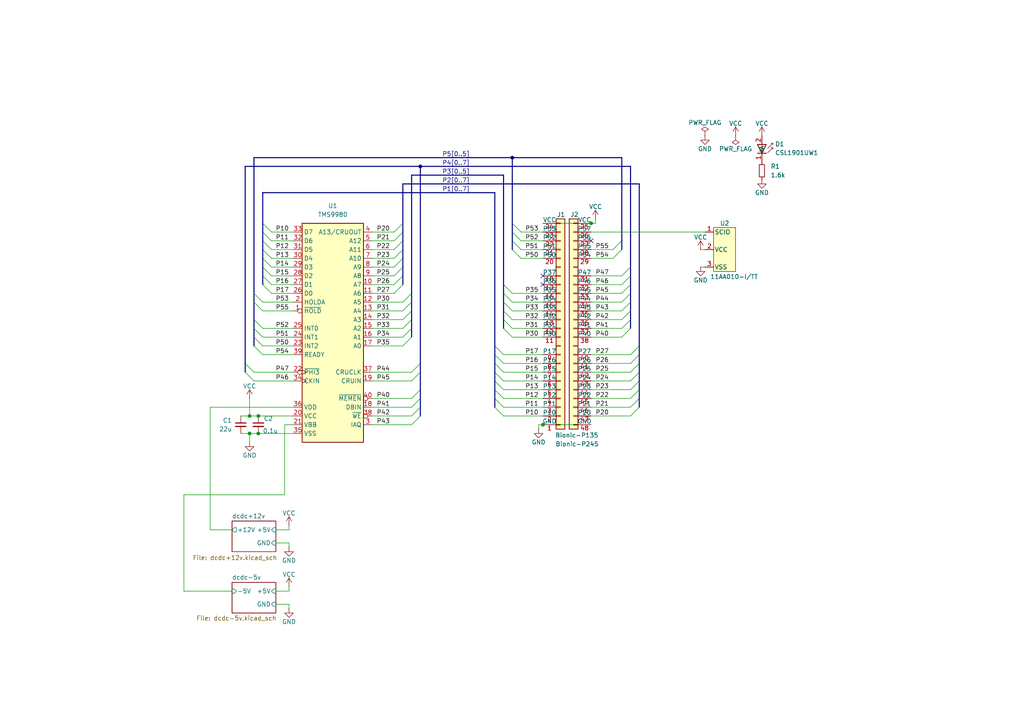
<source format=kicad_sch>
(kicad_sch (version 20231120) (generator "eeschema") (generator_version "8.0")
  (paper "A4")
  (title_block (title "BionicTMS9980") (date "2025-03-02") (rev "2") (company "Tadashi G. Takaoka"))
  (lib_symbols
    (symbol "Device:C_Small" (pin_numbers hide) (pin_names (offset 0.254) hide)
      (property "Reference" "C" (at 0.254 1.778 0))
      (property "Value" "C_Small" (at 0.254 -2.032 0))
      (symbol "C_Small_0_1"
        (polyline (pts (xy -1.524 -0.508) (xy 1.524 -0.508)) (stroke (width 0.3302)))
        (polyline (pts (xy -1.524 0.508) (xy 1.524 0.508)) (stroke (width 0.3048)))
      )
      (symbol "C_Small_1_1"
        (pin passive line (at 0 2.54 270) (length 2.032) (name "~") (number "1"))
        (pin passive line (at 0 -2.54 90) (length 2.032) (name "~") (number "2"))
      )
    )
    (symbol "Device:R_Small" (pin_numbers hide) (pin_names (offset 0.254) hide)
      (property "Reference" "R" (at 0.762 0.508 0))
      (property "Value" "R_Small" (at 0.762 -1.016 0))
      (symbol "R_Small_0_1"
        (rectangle (start -0.762 1.778) (end 0.762 -1.778) (stroke (width 0.2032)))
      )
      (symbol "R_Small_1_1"
        (pin passive line (at 0 2.54 270) (length 0.762) (name "~") (number "1"))
        (pin passive line (at 0 -2.54 90) (length 0.762) (name "~") (number "2"))
      )
    )
    (symbol "bionic:Bionic-P135" (pin_names (offset 0))
      (property "Reference" "J" (at 0 30.48 0))
      (property "Value" "Bionic-P135" (at -1.27 -33.02 0))
      (symbol "Bionic-P135_1_1"
        (rectangle (start 0 -30.353) (end -1.27 -30.607) (stroke (width 0.1524)))
        (rectangle (start 0 -27.813) (end -1.27 -28.067) (stroke (width 0.1524)))
        (rectangle (start 0 -25.273) (end -1.27 -25.527) (stroke (width 0.1524)))
        (rectangle (start 0 -22.733) (end -1.27 -22.987) (stroke (width 0.1524)))
        (rectangle (start 0 -20.193) (end -1.27 -20.447) (stroke (width 0.1524)))
        (rectangle (start 0 -17.653) (end -1.27 -17.907) (stroke (width 0.1524)))
        (rectangle (start 0 -15.113) (end -1.27 -15.367) (stroke (width 0.1524)))
        (rectangle (start 0 -12.573) (end -1.27 -12.827) (stroke (width 0.1524)))
        (rectangle (start 0 -10.033) (end -1.27 -10.287) (stroke (width 0.1524)))
        (rectangle (start 0 -7.493) (end -1.27 -7.747) (stroke (width 0.1524)))
        (rectangle (start 0 -4.953) (end -1.27 -5.207) (stroke (width 0.1524)))
        (rectangle (start 0 -2.413) (end -1.27 -2.667) (stroke (width 0.1524)))
        (rectangle (start 0 0.127) (end -1.27 -0.127) (stroke (width 0.1524)))
        (rectangle (start 0 2.667) (end -1.27 2.413) (stroke (width 0.1524)))
        (rectangle (start 0 5.207) (end -1.27 4.953) (stroke (width 0.1524)))
        (rectangle (start 0 7.747) (end -1.27 7.493) (stroke (width 0.1524)))
        (rectangle (start 0 10.287) (end -1.27 10.033) (stroke (width 0.1524)))
        (rectangle (start 0 12.827) (end -1.27 12.573) (stroke (width 0.1524)))
        (rectangle (start 0 15.367) (end -1.27 15.113) (stroke (width 0.1524)))
        (rectangle (start 0 17.907) (end -1.27 17.653) (stroke (width 0.1524)))
        (rectangle (start 0 20.447) (end -1.27 20.193) (stroke (width 0.1524)))
        (rectangle (start 0 22.987) (end -1.27 22.733) (stroke (width 0.1524)))
        (rectangle (start 0 25.527) (end -1.27 25.273) (stroke (width 0.1524)))
        (rectangle (start 0 28.067) (end -1.27 27.813) (stroke (width 0.1524)))
        (rectangle (start 1.27 29.21) (end -1.27 -31.75) (stroke (width 0.254)) (fill (type background)))
        (pin power_in line (at -5.08 -30.48 0) (length 3.81) (name "GND") (number "1"))
        (pin bidirectional line (at -5.08 -5.08 0) (length 3.81) (name "P30") (number "11"))
        (pin bidirectional line (at -5.08 -2.54 0) (length 3.81) (name "P31") (number "12"))
        (pin bidirectional line (at -5.08 0 0) (length 3.81) (name "P32") (number "13"))
        (pin bidirectional line (at -5.08 2.54 0) (length 3.81) (name "P33") (number "14"))
        (pin bidirectional line (at -5.08 5.08 0) (length 3.81) (name "P34") (number "15"))
        (pin bidirectional line (at -5.08 7.62 0) (length 3.81) (name "P35") (number "16"))
        (pin bidirectional line (at -5.08 10.16 0) (length 3.81) (name "P36") (number "17"))
        (pin bidirectional line (at -5.08 12.7 0) (length 3.81) (name "P37") (number "18"))
        (pin bidirectional line (at -5.08 -27.94 0) (length 3.81) (name "P10") (number "2"))
        (pin bidirectional line (at -5.08 17.78 0) (length 3.81) (name "P50") (number "20"))
        (pin bidirectional line (at -5.08 20.32 0) (length 3.81) (name "P51") (number "21"))
        (pin bidirectional line (at -5.08 22.86 0) (length 3.81) (name "P52") (number "22"))
        (pin bidirectional line (at -5.08 25.4 0) (length 3.81) (name "P53") (number "23"))
        (pin power_in line (at -5.08 27.94 0) (length 3.81) (name "VCC") (number "24"))
        (pin bidirectional line (at -5.08 -25.4 0) (length 3.81) (name "P11") (number "3"))
        (pin bidirectional line (at -5.08 -22.86 0) (length 3.81) (name "P12") (number "4"))
        (pin bidirectional line (at -5.08 -20.32 0) (length 3.81) (name "P13") (number "5"))
        (pin bidirectional line (at -5.08 -17.78 0) (length 3.81) (name "P14") (number "6"))
        (pin bidirectional line (at -5.08 -15.24 0) (length 3.81) (name "P15") (number "7"))
        (pin bidirectional line (at -5.08 -12.7 0) (length 3.81) (name "P16") (number "8"))
        (pin bidirectional line (at -5.08 -10.16 0) (length 3.81) (name "P17") (number "9"))
      )
    )
    (symbol "bionic:Bionic-P245" (pin_names (offset 0))
      (property "Reference" "J" (at -3.81 30.48 0))
      (property "Value" "Bionic-P245" (at -1.27 -33.02 0))
      (symbol "Bionic-P245_1_1"
        (rectangle (start -2.54 -30.607) (end -3.81 -30.353) (stroke (width 0.1524)))
        (rectangle (start -2.54 -28.067) (end -3.81 -27.813) (stroke (width 0.1524)))
        (rectangle (start -2.54 -25.527) (end -3.81 -25.273) (stroke (width 0.1524)))
        (rectangle (start -2.54 -22.987) (end -3.81 -22.733) (stroke (width 0.1524)))
        (rectangle (start -2.54 -20.447) (end -3.81 -20.193) (stroke (width 0.1524)))
        (rectangle (start -2.54 -17.907) (end -3.81 -17.653) (stroke (width 0.1524)))
        (rectangle (start -2.54 -15.367) (end -3.81 -15.113) (stroke (width 0.1524)))
        (rectangle (start -2.54 -12.827) (end -3.81 -12.573) (stroke (width 0.1524)))
        (rectangle (start -2.54 -10.287) (end -3.81 -10.033) (stroke (width 0.1524)))
        (rectangle (start -2.54 -7.747) (end -3.81 -7.493) (stroke (width 0.1524)))
        (rectangle (start -2.54 -5.207) (end -3.81 -4.953) (stroke (width 0.1524)))
        (rectangle (start -2.54 -2.667) (end -3.81 -2.413) (stroke (width 0.1524)))
        (rectangle (start -2.54 -0.127) (end -3.81 0.127) (stroke (width 0.1524)))
        (rectangle (start -2.54 2.413) (end -3.81 2.667) (stroke (width 0.1524)))
        (rectangle (start -2.54 4.953) (end -3.81 5.207) (stroke (width 0.1524)))
        (rectangle (start -2.54 7.493) (end -3.81 7.747) (stroke (width 0.1524)))
        (rectangle (start -2.54 10.033) (end -3.81 10.287) (stroke (width 0.1524)))
        (rectangle (start -2.54 12.573) (end -3.81 12.827) (stroke (width 0.1524)))
        (rectangle (start -2.54 15.113) (end -3.81 15.367) (stroke (width 0.1524)))
        (rectangle (start -2.54 17.653) (end -3.81 17.907) (stroke (width 0.1524)))
        (rectangle (start -2.54 20.193) (end -3.81 20.447) (stroke (width 0.1524)))
        (rectangle (start -2.54 22.733) (end -3.81 22.987) (stroke (width 0.1524)))
        (rectangle (start -2.54 25.273) (end -3.81 25.527) (stroke (width 0.1524)))
        (rectangle (start -2.54 27.813) (end -3.81 28.067) (stroke (width 0.1524)))
        (rectangle (start -2.54 29.21) (end -5.08 -31.75) (stroke (width 0.254)) (fill (type background)))
        (pin power_in line (at 1.27 27.94 180) (length 3.81) (name "VCC") (number "25"))
        (pin bidirectional line (at 1.27 25.4 180) (length 3.81) (name "P57") (number "26"))
        (pin bidirectional line (at 1.27 22.86 180) (length 3.81) (name "P56") (number "27"))
        (pin bidirectional line (at 1.27 20.32 180) (length 3.81) (name "P55") (number "28"))
        (pin bidirectional line (at 1.27 17.78 180) (length 3.81) (name "P54") (number "29"))
        (pin bidirectional line (at 1.27 12.7 180) (length 3.81) (name "P47") (number "31"))
        (pin bidirectional line (at 1.27 10.16 180) (length 3.81) (name "P46") (number "32"))
        (pin bidirectional line (at 1.27 7.62 180) (length 3.81) (name "P45") (number "33"))
        (pin bidirectional line (at 1.27 5.08 180) (length 3.81) (name "P44") (number "34"))
        (pin bidirectional line (at 1.27 2.54 180) (length 3.81) (name "P43") (number "35"))
        (pin bidirectional line (at 1.27 0 180) (length 3.81) (name "P42") (number "36"))
        (pin bidirectional line (at 1.27 -2.54 180) (length 3.81) (name "P41") (number "37"))
        (pin bidirectional line (at 1.27 -5.08 180) (length 3.81) (name "P40") (number "38"))
        (pin bidirectional line (at 1.27 -10.16 180) (length 3.81) (name "P27") (number "40"))
        (pin bidirectional line (at 1.27 -12.7 180) (length 3.81) (name "P26") (number "41"))
        (pin bidirectional line (at 1.27 -15.24 180) (length 3.81) (name "P25") (number "42"))
        (pin bidirectional line (at 1.27 -17.78 180) (length 3.81) (name "P24") (number "43"))
        (pin bidirectional line (at 1.27 -20.32 180) (length 3.81) (name "P23") (number "44"))
        (pin bidirectional line (at 1.27 -22.86 180) (length 3.81) (name "P22") (number "45"))
        (pin bidirectional line (at 1.27 -25.4 180) (length 3.81) (name "P21") (number "46"))
        (pin bidirectional line (at 1.27 -27.94 180) (length 3.81) (name "P20") (number "47"))
        (pin power_in line (at 1.27 -30.48 180) (length 3.81) (name "GND") (number "48"))
      )
    )
    (symbol "cpu:TMS9980"
      (property "Reference" "U" (at -1.27 31.75 0))
      (property "Value" "TMS9980" (at -0.254 -34.798 0))
      (symbol "TMS9980_0_1"
        (rectangle (start -8.89 30.48) (end 8.89 -33.02) (stroke (width 0.254)) (fill (type background)))
      )
      (symbol "TMS9980_1_1"
        (pin input inverted (at -11.43 5.08 0) (length 2.54) (name "~{HOLD}") (number "1"))
        (pin output line (at 11.43 12.7 180) (length 2.54) (name "A7") (number "10"))
        (pin output line (at 11.43 10.16 180) (length 2.54) (name "A6") (number "11"))
        (pin output line (at 11.43 7.62 180) (length 2.54) (name "A5") (number "12"))
        (pin output line (at 11.43 5.08 180) (length 2.54) (name "A4") (number "13"))
        (pin output line (at 11.43 2.54 180) (length 2.54) (name "A3") (number "14"))
        (pin output line (at 11.43 0 180) (length 2.54) (name "A2") (number "15"))
        (pin output line (at 11.43 -2.54 180) (length 2.54) (name "A1") (number "16"))
        (pin output line (at 11.43 -5.08 180) (length 2.54) (name "A0") (number "17"))
        (pin output line (at 11.43 -22.86 180) (length 2.54) (name "DBIN") (number "18"))
        (pin input line (at 11.43 -15.24 180) (length 2.54) (name "CRUIN") (number "19"))
        (pin output line (at -11.43 7.62 0) (length 2.54) (name "HOLDA") (number "2"))
        (pin power_in line (at -11.43 -25.4 0) (length 2.54) (name "VCC") (number "20"))
        (pin power_in line (at -11.43 -27.94 0) (length 2.54) (name "VBB") (number "21"))
        (pin output inverted_clock (at -11.43 -12.7 0) (length 2.54) (name "~{PHI3}") (number "22"))
        (pin input line (at -11.43 -5.08 0) (length 2.54) (name "INT2") (number "23"))
        (pin input line (at -11.43 -2.54 0) (length 2.54) (name "INT1") (number "24"))
        (pin input line (at -11.43 0 0) (length 2.54) (name "INT0") (number "25"))
        (pin bidirectional line (at -11.43 10.16 0) (length 2.54) (name "D0") (number "26"))
        (pin bidirectional line (at -11.43 12.7 0) (length 2.54) (name "D1") (number "27"))
        (pin bidirectional line (at -11.43 15.24 0) (length 2.54) (name "D2") (number "28"))
        (pin bidirectional line (at -11.43 17.78 0) (length 2.54) (name "D3") (number "29"))
        (pin output line (at 11.43 -27.94 180) (length 2.54) (name "IAQ") (number "3"))
        (pin bidirectional line (at -11.43 20.32 0) (length 2.54) (name "D4") (number "30"))
        (pin bidirectional line (at -11.43 22.86 0) (length 2.54) (name "D5") (number "31"))
        (pin bidirectional line (at -11.43 25.4 0) (length 2.54) (name "D6") (number "32"))
        (pin bidirectional line (at -11.43 27.94 0) (length 2.54) (name "D7") (number "33"))
        (pin input clock (at -11.43 -15.24 0) (length 2.54) (name "CKIN") (number "34"))
        (pin power_in line (at -11.43 -30.48 0) (length 2.54) (name "VSS") (number "35"))
        (pin power_in line (at -11.43 -22.86 0) (length 2.54) (name "VDD") (number "36"))
        (pin output line (at 11.43 -12.7 180) (length 2.54) (name "CRUCLK") (number "37"))
        (pin output inverted (at 11.43 -25.4 180) (length 2.54) (name "~{WE}") (number "38"))
        (pin input line (at -11.43 -7.62 0) (length 2.54) (name "READY") (number "39"))
        (pin output line (at 11.43 27.94 180) (length 2.54) (name "A13/CRUOUT") (number "4"))
        (pin output inverted (at 11.43 -20.32 180) (length 2.54) (name "~{MEMEN}") (number "40"))
        (pin output line (at 11.43 25.4 180) (length 2.54) (name "A12") (number "5"))
        (pin output line (at 11.43 22.86 180) (length 2.54) (name "A11") (number "6"))
        (pin output line (at 11.43 20.32 180) (length 2.54) (name "A10") (number "7"))
        (pin output line (at 11.43 17.78 180) (length 2.54) (name "A9") (number "8"))
        (pin output line (at 11.43 15.24 180) (length 2.54) (name "A8") (number "9"))
      )
    )
    (symbol "microchip:11AA010-I_TT" (pin_names (offset 0.254))
      (property "Reference" "U" (at 2.54 1.27 0))
      (property "Value" "11AA010-I/TT" (at 3.81 -13.97 0))
      (symbol "11AA010-I_TT_1_1"
        (rectangle (start 0 0) (end 6.35 -12.7) (fill (type background)))
        (pin bidirectional line (at -2.54 -1.27 0) (length 2.54) (name "SCIO") (number "1"))
        (pin power_in line (at -2.54 -6.35 0) (length 2.54) (name "VCC") (number "2"))
        (pin power_in line (at -2.54 -11.43 0) (length 2.54) (name "VSS") (number "3"))
      )
    )
    (symbol "power:GND" (power) (pin_numbers hide) (pin_names (offset 0) hide)
      (property "Value" "GND" (at 0 -3.81 0))
      (symbol "GND_0_1"
        (polyline (pts (xy 0 0) (xy 0 -1.27) (xy 1.27 -1.27) (xy 0 -2.54) (xy -1.27 -1.27) (xy 0 -1.27)))
      )
      (symbol "GND_1_1"
        (pin power_in line (at 0 0 270) (length 0) (name "~") (number "1"))
      )
    )
    (symbol "power:PWR_FLAG" (power) (pin_numbers hide) (pin_names (offset 0) hide)
      (property "Value" "PWR_FLAG" (at 0 3.81 0))
      (symbol "PWR_FLAG_0_0"
        (pin power_out line (at 0 0 90) (length 0) (name "~") (number "1"))
      )
      (symbol "PWR_FLAG_0_1"
        (polyline (pts (xy 0 0) (xy 0 1.27) (xy -1.016 1.905) (xy 0 2.54) (xy 1.016 1.905) (xy 0 1.27)))
      )
    )
    (symbol "power:VCC" (power) (pin_numbers hide) (pin_names (offset 0) hide)
      (property "Value" "VCC" (at 0 3.556 0))
      (symbol "VCC_0_1"
        (polyline (pts (xy -0.762 1.27) (xy 0 2.54)))
        (polyline (pts (xy 0 0) (xy 0 2.54)))
        (polyline (pts (xy 0 2.54) (xy 0.762 1.27)))
      )
      (symbol "VCC_1_1"
        (pin power_in line (at 0 0 90) (length 0) (name "~") (number "1"))
      )
    )
    (symbol "rhom:CSL1901UW1" (pin_names (offset 0.254))
      (property "Reference" "D" (at 3.81 -2.54 0))
      (property "Value" "CSL1901UW1" (at 3.81 -5.08 0))
      (symbol "CSL1901UW1_0_1"
        (polyline (pts (xy 2.159 3.175) (xy 2.667 3.175)))
        (polyline (pts (xy 2.54 0) (xy 5.08 0)))
        (polyline (pts (xy 5.08 1.27) (xy 5.08 -1.27)) (stroke (width 0.254)))
        (polyline (pts (xy 3.683 1.651) (xy 2.159 3.175) (xy 2.159 2.667)))
        (polyline (pts (xy 2.54 -1.27) (xy 5.08 0) (xy 2.54 1.27) (xy 2.54 -1.27)) (stroke (width 0.254)))
        (polyline (pts (xy 4.953 1.651) (xy 3.429 3.175) (xy 3.429 2.667) (xy 3.429 3.175) (xy 3.937 3.175)))
      )
      (symbol "CSL1901UW1_1_1"
        (pin passive line (at 7.62 0 180) (length 2.54) (name "K") (number "1"))
        (pin passive line (at 0 0 0) (length 2.54) (name "A") (number "2"))
      )
      (symbol "CSL1901UW1_1_2"
        (polyline (pts (xy -5.08 7.62) (xy -4.445 8.255)) (stroke (width 0.2032)))
        (polyline (pts (xy -5.08 8.255) (xy -5.08 7.62)) (stroke (width 0.2032)))
        (polyline (pts (xy -4.445 6.35) (xy -3.81 6.985)) (stroke (width 0.2032)))
        (polyline (pts (xy -4.445 8.255) (xy -5.08 8.255)) (stroke (width 0.2032)))
        (polyline (pts (xy -4.445 9.525) (xy -3.81 10.16)) (stroke (width 0.2032)))
        (polyline (pts (xy -4.445 10.16) (xy -4.445 9.525)) (stroke (width 0.2032)))
        (polyline (pts (xy -3.81 6.985) (xy -5.08 8.255)) (stroke (width 0.2032)))
        (polyline (pts (xy -3.81 8.255) (xy -3.175 8.89)) (stroke (width 0.2032)))
        (polyline (pts (xy -3.81 10.16) (xy -4.445 10.16)) (stroke (width 0.2032)))
        (polyline (pts (xy -3.175 5.08) (xy -4.445 6.35)) (stroke (width 0.2032)))
        (polyline (pts (xy -3.175 8.89) (xy -4.445 10.16)) (stroke (width 0.2032)))
        (polyline (pts (xy -2.54 6.985) (xy -3.81 8.255)) (stroke (width 0.2032)))
        (polyline (pts (xy -1.905 3.81) (xy 1.905 3.81)) (stroke (width 0.2032)))
        (polyline (pts (xy 0 2.54) (xy 0 3.4798)) (stroke (width 0.2032)))
        (polyline (pts (xy 0 3.175) (xy 0 3.81)) (stroke (width 0.2032)))
        (polyline (pts (xy 0 6.35) (xy -1.905 3.81)) (stroke (width 0.2032)))
        (polyline (pts (xy 0 6.35) (xy 0 7.62)) (stroke (width 0.2032)))
        (polyline (pts (xy 1.905 3.81) (xy 0 6.35)) (stroke (width 0.2032)))
        (polyline (pts (xy 1.905 6.35) (xy -1.905 6.35)) (stroke (width 0.2032)))
        (pin unspecified line (at 0 10.16 270) (length 2.54) (name "") (number "1"))
        (pin unspecified line (at 0 0 90) (length 2.54) (name "") (number "2"))
      )
    )
  )
  (junction (at 171.45 64.77))
  (junction (at 72.39 120.65))
  (junction (at 74.93 120.65))
  (junction (at 72.39 125.73))
  (junction (at 74.93 125.73))
  (junction (at 157.48 123.19))
  (junction (at 148.59 45.72))
  (junction (at 121.92 48.26))
  (no_connect (at 171.45 69.85))
  (no_connect (at 157.48 82.55))
  (no_connect (at 157.48 80.01))
  (bus_entry (at 143.51 113.03) (size 2.54 2.54))
  (bus_entry (at 76.2 64.77) (size 2.54 2.54))
  (bus_entry (at 143.51 110.49) (size 2.54 2.54))
  (bus_entry (at 119.38 90.17) (size -2.54 2.54))
  (bus_entry (at 76.2 74.93) (size 2.54 2.54))
  (bus_entry (at 182.88 90.17) (size -2.54 2.54))
  (bus_entry (at 148.59 69.85) (size 2.54 2.54))
  (bus_entry (at 121.92 118.11) (size -2.54 2.54))
  (bus_entry (at 185.42 102.87) (size -2.54 2.54))
  (bus_entry (at 73.66 95.25) (size 2.54 2.54))
  (bus_entry (at 148.59 67.31) (size 2.54 2.54))
  (bus_entry (at 185.42 100.33) (size -2.54 2.54))
  (bus_entry (at 182.88 85.09) (size -2.54 2.54))
  (bus_entry (at 119.38 97.79) (size -2.54 2.54))
  (bus_entry (at 121.92 115.57) (size -2.54 2.54))
  (bus_entry (at 185.42 107.95) (size -2.54 2.54))
  (bus_entry (at 143.51 118.11) (size 2.54 2.54))
  (bus_entry (at 76.2 69.85) (size 2.54 2.54))
  (bus_entry (at 71.12 105.41) (size 2.54 2.54))
  (bus_entry (at 116.84 67.31) (size -2.54 2.54))
  (bus_entry (at 182.88 87.63) (size -2.54 2.54))
  (bus_entry (at 119.38 92.71) (size -2.54 2.54))
  (bus_entry (at 182.88 80.01) (size -2.54 2.54))
  (bus_entry (at 182.88 82.55) (size -2.54 2.54))
  (bus_entry (at 73.66 100.33) (size 2.54 2.54))
  (bus_entry (at 185.42 118.11) (size -2.54 2.54))
  (bus_entry (at 180.34 72.39) (size -2.54 2.54))
  (bus_entry (at 185.42 110.49) (size -2.54 2.54))
  (bus_entry (at 143.51 115.57) (size 2.54 2.54))
  (bus_entry (at 143.51 102.87) (size 2.54 2.54))
  (bus_entry (at 76.2 72.39) (size 2.54 2.54))
  (bus_entry (at 143.51 107.95) (size 2.54 2.54))
  (bus_entry (at 185.42 105.41) (size -2.54 2.54))
  (bus_entry (at 119.38 87.63) (size -2.54 2.54))
  (bus_entry (at 148.59 64.77) (size 2.54 2.54))
  (bus_entry (at 116.84 72.39) (size -2.54 2.54))
  (bus_entry (at 143.51 100.33) (size 2.54 2.54))
  (bus_entry (at 121.92 105.41) (size -2.54 2.54))
  (bus_entry (at 185.42 115.57) (size -2.54 2.54))
  (bus_entry (at 76.2 80.01) (size 2.54 2.54))
  (bus_entry (at 73.66 85.09) (size 2.54 2.54))
  (bus_entry (at 116.84 69.85) (size -2.54 2.54))
  (bus_entry (at 121.92 120.65) (size -2.54 2.54))
  (bus_entry (at 73.66 92.71) (size 2.54 2.54))
  (bus_entry (at 116.84 80.01) (size -2.54 2.54))
  (bus_entry (at 146.05 87.63) (size 2.54 2.54))
  (bus_entry (at 119.38 85.09) (size -2.54 2.54))
  (bus_entry (at 121.92 107.95) (size -2.54 2.54))
  (bus_entry (at 76.2 77.47) (size 2.54 2.54))
  (bus_entry (at 116.84 74.93) (size -2.54 2.54))
  (bus_entry (at 121.92 113.03) (size -2.54 2.54))
  (bus_entry (at 148.59 72.39) (size 2.54 2.54))
  (bus_entry (at 116.84 77.47) (size -2.54 2.54))
  (bus_entry (at 182.88 77.47) (size -2.54 2.54))
  (bus_entry (at 116.84 64.77) (size -2.54 2.54))
  (bus_entry (at 146.05 95.25) (size 2.54 2.54))
  (bus_entry (at 73.66 87.63) (size 2.54 2.54))
  (bus_entry (at 143.51 105.41) (size 2.54 2.54))
  (bus_entry (at 116.84 82.55) (size -2.54 2.54))
  (bus_entry (at 146.05 82.55) (size 2.54 2.54))
  (bus_entry (at 73.66 97.79) (size 2.54 2.54))
  (bus_entry (at 119.38 95.25) (size -2.54 2.54))
  (bus_entry (at 76.2 67.31) (size 2.54 2.54))
  (bus_entry (at 182.88 95.25) (size -2.54 2.54))
  (bus_entry (at 146.05 90.17) (size 2.54 2.54))
  (bus_entry (at 146.05 92.71) (size 2.54 2.54))
  (bus_entry (at 76.2 82.55) (size 2.54 2.54))
  (bus_entry (at 71.12 107.95) (size 2.54 2.54))
  (bus_entry (at 182.88 92.71) (size -2.54 2.54))
  (bus_entry (at 180.34 69.85) (size -2.54 2.54))
  (bus_entry (at 146.05 85.09) (size 2.54 2.54))
  (bus_entry (at 185.42 113.03) (size -2.54 2.54))
  (bus (pts (xy 143.51 102.87) (xy 143.51 100.33)))
  (wire (pts (xy 53.34 143.51) (xy 53.34 171.45)))
  (wire (pts (xy 146.05 107.95) (xy 157.48 107.95)))
  (wire (pts (xy 171.45 80.01) (xy 180.34 80.01)))
  (bus (pts (xy 146.05 50.8) (xy 119.38 50.8)))
  (wire (pts (xy 72.39 115.57) (xy 72.39 120.65)))
  (wire (pts (xy 107.95 97.79) (xy 116.84 97.79)))
  (wire (pts (xy 107.95 118.11) (xy 119.38 118.11)))
  (wire (pts (xy 85.09 118.11) (xy 60.96 118.11)))
  (wire (pts (xy 107.95 100.33) (xy 116.84 100.33)))
  (bus (pts (xy 119.38 87.63) (xy 119.38 90.17)))
  (wire (pts (xy 78.74 72.39) (xy 85.09 72.39)))
  (wire (pts (xy 53.34 171.45) (xy 67.31 171.45)))
  (wire (pts (xy 80.01 171.45) (xy 83.82 171.45)))
  (wire (pts (xy 82.55 143.51) (xy 53.34 143.51)))
  (wire (pts (xy 72.39 120.65) (xy 74.93 120.65)))
  (bus (pts (xy 76.2 69.85) (xy 76.2 72.39)))
  (wire (pts (xy 203.2 77.47) (xy 204.47 77.47)))
  (bus (pts (xy 185.42 107.95) (xy 185.42 110.49)))
  (wire (pts (xy 107.95 69.85) (xy 114.3 69.85)))
  (bus (pts (xy 146.05 95.25) (xy 146.05 92.71)))
  (wire (pts (xy 107.95 110.49) (xy 119.38 110.49)))
  (wire (pts (xy 148.59 92.71) (xy 157.48 92.71)))
  (wire (pts (xy 171.45 107.95) (xy 182.88 107.95)))
  (bus (pts (xy 121.92 115.57) (xy 121.92 113.03)))
  (wire (pts (xy 148.59 85.09) (xy 157.48 85.09)))
  (bus (pts (xy 119.38 90.17) (xy 119.38 92.71)))
  (wire (pts (xy 146.05 110.49) (xy 157.48 110.49)))
  (bus (pts (xy 146.05 82.55) (xy 146.05 50.8)))
  (wire (pts (xy 107.95 77.47) (xy 114.3 77.47)))
  (wire (pts (xy 78.74 69.85) (xy 85.09 69.85)))
  (wire (pts (xy 76.2 97.79) (xy 85.09 97.79)))
  (wire (pts (xy 148.59 95.25) (xy 157.48 95.25)))
  (bus (pts (xy 116.84 80.01) (xy 116.84 77.47)))
  (wire (pts (xy 74.93 125.73) (xy 85.09 125.73)))
  (bus (pts (xy 143.51 113.03) (xy 143.51 110.49)))
  (wire (pts (xy 171.45 105.41) (xy 182.88 105.41)))
  (wire (pts (xy 107.95 120.65) (xy 119.38 120.65)))
  (wire (pts (xy 107.95 107.95) (xy 119.38 107.95)))
  (wire (pts (xy 171.45 72.39) (xy 177.8 72.39)))
  (wire (pts (xy 157.48 123.19) (xy 171.45 123.19)))
  (bus (pts (xy 121.92 118.11) (xy 121.92 115.57)))
  (bus (pts (xy 180.34 72.39) (xy 180.34 69.85)))
  (wire (pts (xy 148.59 87.63) (xy 157.48 87.63)))
  (wire (pts (xy 76.2 90.17) (xy 85.09 90.17)))
  (wire (pts (xy 107.95 115.57) (xy 119.38 115.57)))
  (wire (pts (xy 148.59 90.17) (xy 157.48 90.17)))
  (wire (pts (xy 171.45 120.65) (xy 182.88 120.65)))
  (wire (pts (xy 146.05 118.11) (xy 157.48 118.11)))
  (bus (pts (xy 185.42 110.49) (xy 185.42 113.03)))
  (wire (pts (xy 151.13 72.39) (xy 157.48 72.39)))
  (bus (pts (xy 71.12 107.95) (xy 71.12 105.41)))
  (bus (pts (xy 116.84 53.34) (xy 185.42 53.34)))
  (wire (pts (xy 107.95 87.63) (xy 116.84 87.63)))
  (wire (pts (xy 76.2 95.25) (xy 85.09 95.25)))
  (wire (pts (xy 80.01 153.67) (xy 83.82 153.67)))
  (wire (pts (xy 171.45 95.25) (xy 180.34 95.25)))
  (bus (pts (xy 182.88 87.63) (xy 182.88 90.17)))
  (wire (pts (xy 69.85 125.73) (xy 72.39 125.73)))
  (wire (pts (xy 171.45 97.79) (xy 180.34 97.79)))
  (wire (pts (xy 83.82 153.67) (xy 83.82 152.4)))
  (wire (pts (xy 83.82 175.26) (xy 83.82 176.53)))
  (wire (pts (xy 107.95 82.55) (xy 114.3 82.55)))
  (bus (pts (xy 185.42 115.57) (xy 185.42 118.11)))
  (bus (pts (xy 73.66 95.25) (xy 73.66 92.71)))
  (wire (pts (xy 171.45 92.71) (xy 180.34 92.71)))
  (bus (pts (xy 116.84 67.31) (xy 116.84 64.77)))
  (bus (pts (xy 143.51 107.95) (xy 143.51 105.41)))
  (bus (pts (xy 185.42 105.41) (xy 185.42 107.95)))
  (bus (pts (xy 143.51 55.88) (xy 76.2 55.88)))
  (wire (pts (xy 171.45 118.11) (xy 182.88 118.11)))
  (wire (pts (xy 107.95 90.17) (xy 116.84 90.17)))
  (wire (pts (xy 146.05 113.03) (xy 157.48 113.03)))
  (wire (pts (xy 171.45 85.09) (xy 180.34 85.09)))
  (wire (pts (xy 76.2 87.63) (xy 85.09 87.63)))
  (bus (pts (xy 182.88 85.09) (xy 182.88 87.63)))
  (bus (pts (xy 71.12 48.26) (xy 121.92 48.26)))
  (bus (pts (xy 116.84 74.93) (xy 116.84 72.39)))
  (bus (pts (xy 121.92 120.65) (xy 121.92 118.11)))
  (wire (pts (xy 172.72 63.5) (xy 172.72 64.77)))
  (wire (pts (xy 203.2 72.39) (xy 204.47 72.39)))
  (bus (pts (xy 73.66 85.09) (xy 73.66 45.72)))
  (wire (pts (xy 171.45 74.93) (xy 177.8 74.93)))
  (bus (pts (xy 116.84 77.47) (xy 116.84 74.93)))
  (bus (pts (xy 182.88 82.55) (xy 182.88 85.09)))
  (wire (pts (xy 107.95 67.31) (xy 114.3 67.31)))
  (bus (pts (xy 185.42 100.33) (xy 185.42 102.87)))
  (bus (pts (xy 185.42 102.87) (xy 185.42 105.41)))
  (bus (pts (xy 121.92 107.95) (xy 121.92 105.41)))
  (wire (pts (xy 76.2 100.33) (xy 85.09 100.33)))
  (wire (pts (xy 85.09 123.19) (xy 82.55 123.19)))
  (wire (pts (xy 146.05 102.87) (xy 157.48 102.87)))
  (bus (pts (xy 185.42 113.03) (xy 185.42 115.57)))
  (bus (pts (xy 143.51 100.33) (xy 143.51 55.88)))
  (wire (pts (xy 107.95 95.25) (xy 116.84 95.25)))
  (wire (pts (xy 151.13 69.85) (xy 157.48 69.85)))
  (bus (pts (xy 76.2 67.31) (xy 76.2 69.85)))
  (wire (pts (xy 60.96 153.67) (xy 67.31 153.67)))
  (bus (pts (xy 121.92 113.03) (xy 121.92 107.95)))
  (wire (pts (xy 172.72 64.77) (xy 171.45 64.77)))
  (wire (pts (xy 82.55 123.19) (xy 82.55 143.51)))
  (bus (pts (xy 182.88 92.71) (xy 182.88 95.25)))
  (wire (pts (xy 78.74 80.01) (xy 85.09 80.01)))
  (bus (pts (xy 116.84 64.77) (xy 116.84 53.34)))
  (wire (pts (xy 73.66 107.95) (xy 85.09 107.95)))
  (bus (pts (xy 73.66 100.33) (xy 73.66 97.79)))
  (wire (pts (xy 78.74 77.47) (xy 85.09 77.47)))
  (wire (pts (xy 78.74 74.93) (xy 85.09 74.93)))
  (bus (pts (xy 119.38 95.25) (xy 119.38 97.79)))
  (wire (pts (xy 146.05 120.65) (xy 157.48 120.65)))
  (bus (pts (xy 180.34 69.85) (xy 180.34 45.72)))
  (bus (pts (xy 76.2 80.01) (xy 76.2 82.55)))
  (bus (pts (xy 180.34 45.72) (xy 148.59 45.72)))
  (wire (pts (xy 83.82 157.48) (xy 83.82 158.75)))
  (bus (pts (xy 143.51 110.49) (xy 143.51 107.95)))
  (wire (pts (xy 156.21 123.19) (xy 156.21 124.46)))
  (wire (pts (xy 83.82 171.45) (xy 83.82 170.18)))
  (wire (pts (xy 171.45 110.49) (xy 182.88 110.49)))
  (wire (pts (xy 107.95 85.09) (xy 114.3 85.09)))
  (wire (pts (xy 151.13 74.93) (xy 157.48 74.93)))
  (bus (pts (xy 119.38 92.71) (xy 119.38 95.25)))
  (bus (pts (xy 148.59 67.31) (xy 148.59 69.85)))
  (bus (pts (xy 182.88 90.17) (xy 182.88 92.71)))
  (wire (pts (xy 107.95 92.71) (xy 116.84 92.71)))
  (wire (pts (xy 107.95 80.01) (xy 114.3 80.01)))
  (bus (pts (xy 116.84 69.85) (xy 116.84 67.31)))
  (bus (pts (xy 143.51 118.11) (xy 143.51 115.57)))
  (wire (pts (xy 171.45 115.57) (xy 182.88 115.57)))
  (bus (pts (xy 146.05 90.17) (xy 146.05 87.63)))
  (bus (pts (xy 73.66 92.71) (xy 73.66 87.63)))
  (bus (pts (xy 146.05 85.09) (xy 146.05 82.55)))
  (bus (pts (xy 116.84 82.55) (xy 116.84 80.01)))
  (bus (pts (xy 71.12 105.41) (xy 71.12 48.26)))
  (bus (pts (xy 146.05 87.63) (xy 146.05 85.09)))
  (bus (pts (xy 73.66 87.63) (xy 73.66 85.09)))
  (wire (pts (xy 73.66 110.49) (xy 85.09 110.49)))
  (wire (pts (xy 156.21 123.19) (xy 157.48 123.19)))
  (wire (pts (xy 60.96 118.11) (xy 60.96 153.67)))
  (wire (pts (xy 107.95 74.93) (xy 114.3 74.93)))
  (wire (pts (xy 157.48 64.77) (xy 171.45 64.77)))
  (bus (pts (xy 119.38 50.8) (xy 119.38 85.09)))
  (wire (pts (xy 72.39 125.73) (xy 72.39 128.27)))
  (bus (pts (xy 76.2 55.88) (xy 76.2 64.77)))
  (bus (pts (xy 119.38 85.09) (xy 119.38 87.63)))
  (bus (pts (xy 182.88 80.01) (xy 182.88 82.55)))
  (wire (pts (xy 171.45 90.17) (xy 180.34 90.17)))
  (wire (pts (xy 78.74 67.31) (xy 85.09 67.31)))
  (wire (pts (xy 146.05 105.41) (xy 157.48 105.41)))
  (wire (pts (xy 76.2 102.87) (xy 85.09 102.87)))
  (bus (pts (xy 185.42 53.34) (xy 185.42 100.33)))
  (bus (pts (xy 76.2 72.39) (xy 76.2 74.93)))
  (bus (pts (xy 182.88 48.26) (xy 182.88 77.47)))
  (wire (pts (xy 107.95 123.19) (xy 119.38 123.19)))
  (wire (pts (xy 171.45 67.31) (xy 204.47 67.31)))
  (wire (pts (xy 80.01 157.48) (xy 83.82 157.48)))
  (bus (pts (xy 146.05 92.71) (xy 146.05 90.17)))
  (wire (pts (xy 72.39 125.73) (xy 74.93 125.73)))
  (bus (pts (xy 73.66 97.79) (xy 73.66 95.25)))
  (bus (pts (xy 76.2 74.93) (xy 76.2 77.47)))
  (wire (pts (xy 78.74 82.55) (xy 85.09 82.55)))
  (bus (pts (xy 76.2 77.47) (xy 76.2 80.01)))
  (bus (pts (xy 148.59 69.85) (xy 148.59 72.39)))
  (wire (pts (xy 151.13 67.31) (xy 157.48 67.31)))
  (wire (pts (xy 171.45 87.63) (xy 180.34 87.63)))
  (wire (pts (xy 146.05 115.57) (xy 157.48 115.57)))
  (wire (pts (xy 78.74 85.09) (xy 85.09 85.09)))
  (bus (pts (xy 148.59 64.77) (xy 148.59 67.31)))
  (wire (pts (xy 80.01 175.26) (xy 83.82 175.26)))
  (wire (pts (xy 69.85 120.65) (xy 72.39 120.65)))
  (bus (pts (xy 121.92 48.26) (xy 182.88 48.26)))
  (bus (pts (xy 182.88 77.47) (xy 182.88 80.01)))
  (wire (pts (xy 107.95 72.39) (xy 114.3 72.39)))
  (wire (pts (xy 171.45 102.87) (xy 182.88 102.87)))
  (bus (pts (xy 76.2 64.77) (xy 76.2 67.31)))
  (wire (pts (xy 148.59 97.79) (xy 157.48 97.79)))
  (bus (pts (xy 73.66 45.72) (xy 148.59 45.72)))
  (bus (pts (xy 116.84 72.39) (xy 116.84 69.85)))
  (bus (pts (xy 148.59 45.72) (xy 148.59 64.77)))
  (wire (pts (xy 74.93 120.65) (xy 85.09 120.65)))
  (bus (pts (xy 143.51 115.57) (xy 143.51 113.03)))
  (wire (pts (xy 171.45 82.55) (xy 180.34 82.55)))
  (wire (pts (xy 171.45 113.03) (xy 182.88 113.03)))
  (bus (pts (xy 143.51 105.41) (xy 143.51 102.87)))
  (bus (pts (xy 121.92 105.41) (xy 121.92 48.26)))
  (label "P51" (at 156.21 72.39 180))
  (label "P15" (at 156.21 107.95 180))
  (label "P35" (at 156.21 85.09 180))
  (label "P21" (at 109.22 69.85 0))
  (label "P33" (at 109.22 95.25 0))
  (label "P53" (at 83.82 87.63 180))
  (label "P20" (at 172.72 120.65 0))
  (label "P54" (at 172.72 74.93 0))
  (label "P50" (at 156.21 74.93 180))
  (label "P13" (at 83.82 74.93 180))
  (label "P53" (at 156.21 67.31 180))
  (label "P14" (at 83.82 77.47 180))
  (label "P17" (at 83.82 85.09 180))
  (label "P47" (at 172.72 80.01 0))
  (label "P50" (at 83.82 100.33 180))
  (label "P16" (at 156.21 105.41 180))
  (label "P44" (at 109.22 107.95 0))
  (label "P20" (at 109.22 67.31 0))
  (label "P44" (at 172.72 87.63 0))
  (label "P55" (at 172.72 72.39 0))
  (label "P23" (at 109.22 74.93 0))
  (label "P11" (at 83.82 69.85 180))
  (label "P4[0..7]" (at 128.27 48.26 0))
  (label "P46" (at 172.72 82.55 0))
  (label "P13" (at 156.21 113.03 180))
  (label "P26" (at 172.72 105.41 0))
  (label "P51" (at 83.82 97.79 180))
  (label "P40" (at 109.22 115.57 0))
  (label "P30" (at 156.21 97.79 180))
  (label "P41" (at 109.22 118.11 0))
  (label "P41" (at 172.72 95.25 0))
  (label "P27" (at 172.72 102.87 0))
  (label "P27" (at 109.22 85.09 0))
  (label "P40" (at 172.72 97.79 0))
  (label "P43" (at 109.22 123.19 0))
  (label "P31" (at 109.22 90.17 0))
  (label "P52" (at 156.21 69.85 180))
  (label "P14" (at 156.21 110.49 180))
  (label "P25" (at 109.22 80.01 0))
  (label "P10" (at 83.82 67.31 180))
  (label "P15" (at 83.82 80.01 180))
  (label "P34" (at 156.21 87.63 180))
  (label "P47" (at 83.82 107.95 180))
  (label "P24" (at 172.72 110.49 0))
  (label "P26" (at 109.22 82.55 0))
  (label "P2[0..7]" (at 128.27 53.34 0))
  (label "P17" (at 156.21 102.87 180))
  (label "P10" (at 156.21 120.65 180))
  (label "P16" (at 83.82 82.55 180))
  (label "P22" (at 172.72 115.57 0))
  (label "P34" (at 109.22 97.79 0))
  (label "P3[0..5]" (at 128.27 50.8 0))
  (label "P22" (at 109.22 72.39 0))
  (label "P11" (at 156.21 118.11 180))
  (label "P32" (at 109.22 92.71 0))
  (label "P45" (at 172.72 85.09 0))
  (label "P30" (at 109.22 87.63 0))
  (label "P55" (at 83.82 90.17 180))
  (label "P35" (at 109.22 100.33 0))
  (label "P43" (at 172.72 90.17 0))
  (label "P46" (at 83.82 110.49 180))
  (label "P12" (at 83.82 72.39 180))
  (label "P32" (at 156.21 92.71 180))
  (label "P45" (at 109.22 110.49 0))
  (label "P12" (at 156.21 115.57 180))
  (label "P54" (at 83.82 102.87 180))
  (label "P5[0..5]" (at 128.27 45.72 0))
  (label "P42" (at 109.22 120.65 0))
  (label "P31" (at 156.21 95.25 180))
  (label "P33" (at 156.21 90.17 180))
  (label "P42" (at 172.72 92.71 0))
  (label "P21" (at 172.72 118.11 0))
  (label "P25" (at 172.72 107.95 0))
  (label "P24" (at 109.22 77.47 0))
  (label "P23" (at 172.72 113.03 0))
  (label "P52" (at 83.82 95.25 180))
  (label "P1[0..7]" (at 128.27 55.88 0))
  (symbol (lib_id "power:GND") (at 83.82 176.53 0) (unit 1)
    (property "Reference" "#PWR06" (effects (hide yes)))
    (property "Value" "GND" (at 83.82 180.34 0))
    (property "Description" "Power symbol creates a global label with name \"GND\" , ground" (effects (hide yes)))
  )
  (symbol (lib_id "power:GND") (at 204.47 39.37 0) (unit 1)
    (property "Reference" "#PWR012" (effects (hide yes)))
    (property "Value" "GND" (at 204.47 43.18 0))
    (property "Description" "Power symbol creates a global label with name \"GND\" , ground" (effects (hide yes)))
  )
  (symbol (lib_id "Device:R_Small") (at 220.98 49.53 0) (unit 1)
    (property "Reference" "R1" (at 223.52 48.2599 0) (effects (justify left)))
    (property "Value" "1.6k" (at 223.52 50.7999 0) (effects (justify left)))
    (property "Footprint" "Resistor_SMD:R_0603_1608Metric_Pad0.98x0.95mm_HandSolder" (effects (hide yes)))
    (property "Description" "Resistor, small symbol" (effects (hide yes)))
  )
  (symbol (lib_id "microchip:11AA010-I_TT") (at 207.01 66.04 0) (unit 1)
    (property "Reference" "U2" (at 208.788 64.77 0) (effects (justify left)))
    (property "Value" "11AA010-I/TT" (at 205.994 80.264 0) (effects (justify left)))
    (property "Footprint" "microchip:SOT-23_MC_MCH-M" (effects (hide yes)))
    (property "Datasheet" "11AA010-I/TO" (effects (hide yes)))
    (property "Description" "UNI/O Serial EEPROM (1Kbit)" (effects (hide yes)))
  )
  (symbol (lib_id "power:VCC") (at 213.36 39.37 0) (unit 1)
    (property "Reference" "#PWR013" (effects (hide yes)))
    (property "Value" "VCC" (at 213.36 35.814 0))
    (property "Description" "Power symbol creates a global label with name \"VCC\"" (effects (hide yes)))
  )
  (symbol (lib_id "power:VCC") (at 83.82 152.4 0) (unit 1)
    (property "Reference" "#PWR03" (effects (hide yes)))
    (property "Value" "VCC" (at 83.82 148.844 0))
    (property "Description" "Power symbol creates a global label with name \"VCC\"" (effects (hide yes)))
  )
  (symbol (lib_id "power:VCC") (at 72.39 115.57 0) (unit 1)
    (property "Reference" "#PWR01" (effects (hide yes)))
    (property "Value" "VCC" (at 72.39 112.014 0))
    (property "Description" "Power symbol creates a global label with name \"VCC\"" (effects (hide yes)))
  )
  (symbol (lib_id "bionic:Bionic-P245") (at 170.18 92.71 0) (unit 1)
    (property "Reference" "J2" (at 166.624 62.23 0))
    (property "Value" "Bionic-P245" (at 167.386 128.778 0))
    (property "Footprint" "bionic:Bionic-P245_THT" (effects (hide yes)))
    (property "Description" "Generic connector, single row, 01x24, script generated (kicad-library-utils/schlib/autogen/connector/)" (effects (hide yes)))
  )
  (symbol (lib_id "power:VCC") (at 203.2 72.39 0) (unit 1)
    (property "Reference" "#PWR010" (effects (hide yes)))
    (property "Value" "VCC" (at 203.2 68.834 0))
    (property "Description" "Power symbol creates a global label with name \"VCC\"" (effects (hide yes)))
  )
  (symbol (lib_id "power:GND") (at 203.2 77.47 0) (unit 1)
    (property "Reference" "#PWR011" (effects (hide yes)))
    (property "Value" "GND" (at 203.2 81.28 0))
    (property "Description" "Power symbol creates a global label with name \"GND\" , ground" (effects (hide yes)))
  )
  (symbol (lib_id "Device:C_Small") (at 74.93 123.19 0) (mirror y) (unit 1)
    (property "Reference" "C2" (at 76.4825 121.412 0) (effects (justify right)))
    (property "Value" "0.1u" (at 76.2285 124.968 0) (effects (justify right)))
    (property "Footprint" "Capacitor_SMD:C_0603_1608Metric_Pad1.08x0.95mm_HandSolder" (effects (hide yes)))
    (property "Description" "Unpolarized capacitor, small symbol" (effects (hide yes)))
  )
  (symbol (lib_id "rhom:CSL1901UW1") (at 220.98 39.37 270) (unit 1)
    (property "Reference" "D1" (at 224.79 41.7829 90) (effects (justify left)))
    (property "Value" "CSL1901UW1" (at 224.79 44.3229 90) (effects (justify left)))
    (property "Footprint" "rhom:LED_CSL1901UW1_ROM-M" (effects (hide yes)))
    (property "Datasheet" "https://fscdn.rohm.com/en/products/databook/datasheet/opto/led/chip_mono/csl1901uw1-e.pdf" (effects (hide yes)))
    (property "Description" "Red LED (Low Current Emission, SMD)" (effects (hide yes)))
  )
  (symbol (lib_id "power:VCC") (at 83.82 170.18 0) (unit 1)
    (property "Reference" "#PWR05" (effects (hide yes)))
    (property "Value" "VCC" (at 83.82 166.624 0))
    (property "Description" "Power symbol creates a global label with name \"VCC\"" (effects (hide yes)))
  )
  (symbol (lib_id "power:GND") (at 220.98 52.07 0) (unit 1)
    (property "Reference" "#PWR015" (effects (hide yes)))
    (property "Value" "GND" (at 220.98 55.88 0))
    (property "Description" "Power symbol creates a global label with name \"GND\" , ground" (effects (hide yes)))
  )
  (symbol (lib_id "Device:C_Small") (at 69.85 123.19 0) (unit 1)
    (property "Reference" "C1" (at 67.31 121.9262 0) (effects (justify right)))
    (property "Value" "22u" (at 67.31 124.4662 0) (effects (justify right)))
    (property "Footprint" "Capacitor_SMD:C_0603_1608Metric_Pad1.08x0.95mm_HandSolder" (effects (hide yes)))
    (property "Description" "Unpolarized capacitor, small symbol" (effects (hide yes)))
  )
  (symbol (lib_id "power:GND") (at 83.82 158.75 0) (unit 1)
    (property "Reference" "#PWR04" (effects (hide yes)))
    (property "Value" "GND" (at 83.82 162.56 0))
    (property "Description" "Power symbol creates a global label with name \"GND\" , ground" (effects (hide yes)))
  )
  (symbol (lib_id "power:GND") (at 156.21 124.46 0) (unit 1)
    (property "Reference" "#PWR07" (effects (hide yes)))
    (property "Value" "GND" (at 156.21 128.27 0))
    (property "Description" "Power symbol creates a global label with name \"GND\" , ground" (effects (hide yes)))
  )
  (symbol (lib_id "bionic:Bionic-P135") (at 162.56 92.71 0) (unit 1)
    (property "Reference" "J1" (at 161.544 62.23 0) (effects (justify left)))
    (property "Value" "Bionic-P135" (at 161.036 126.238 0) (effects (justify left)))
    (property "Footprint" "bionic:Bionic-P135_THT" (effects (hide yes)))
    (property "Description" "Generic connector, single row, 01x24, script generated (kicad-library-utils/schlib/autogen/connector/)" (effects (hide yes)))
  )
  (symbol (lib_id "power:GND") (at 72.39 128.27 0) (unit 1)
    (property "Reference" "#PWR02" (effects (hide yes)))
    (property "Value" "GND" (at 72.39 132.08 0))
    (property "Description" "Power symbol creates a global label with name \"GND\" , ground" (effects (hide yes)))
  )
  (symbol (lib_id "power:PWR_FLAG") (at 204.47 39.37 0) (unit 1)
    (property "Reference" "#FLG02" (effects (hide yes)))
    (property "Value" "PWR_FLAG" (at 204.47 35.56 0))
    (property "Description" "Special symbol for telling ERC where power comes from" (effects (hide yes)))
  )
  (symbol (lib_id "power:VCC") (at 172.72 63.5 0) (unit 1)
    (property "Reference" "#PWR08" (effects (hide yes)))
    (property "Value" "VCC" (at 172.72 59.944 0))
    (property "Description" "Power symbol creates a global label with name \"VCC\"" (effects (hide yes)))
  )
  (symbol (lib_id "power:VCC") (at 220.98 39.37 0) (unit 1)
    (property "Reference" "#PWR014" (effects (hide yes)))
    (property "Value" "VCC" (at 220.98 35.814 0))
    (property "Description" "Power symbol creates a global label with name \"VCC\"" (effects (hide yes)))
  )
  (symbol (lib_id "power:PWR_FLAG") (at 213.36 39.37 180) (unit 1)
    (property "Reference" "#FLG03" (effects (hide yes)))
    (property "Value" "PWR_FLAG" (at 213.36 43.18 0))
    (property "Description" "Special symbol for telling ERC where power comes from" (effects (hide yes)))
  )
  (symbol (lib_id "cpu:TMS9980") (at 96.52 95.25 0) (unit 1)
    (property "Reference" "U1" (at 96.52 59.69 0))
    (property "Value" "TMS9980" (at 96.52 62.23 0))
    (property "Footprint" "bionic:DIP-40_W15.24mm_Socket" (effects (hide yes)))
    (property "Datasheet" "http://www.bitsavers.org/components/ti/TMS9900/TMS9980.pdf" (effects (hide yes)))
    (property "Description" "16-bit General Purpose Microprocessor, DIP-40" (effects (hide yes)))
  )
  (sheet (at 67.31 168.91) (size 12.7 8.89) (stroke (width 0.1524))
    (property "Sheetname" "dcdc-5v" (at 67.31 168.1984 0) (effects (justify left bottom)))
    (property "Sheetfile" "dcdc-5v.kicad_sch" (at 56.896 178.562 0) (effects (justify left top)))
    (pin "GND" input (at 80.01 175.26 0))
    (pin "-5V" input (at 67.31 171.45 180))
    (pin "+5V" input (at 80.01 171.45 0))
  )
  (sheet (at 67.31 151.13) (size 12.7 8.89) (stroke (width 0.1524))
    (property "Sheetname" "dcdc+12v" (at 67.31 150.4184 0) (effects (justify left bottom)))
    (property "Sheetfile" "dcdc+12v.kicad_sch" (at 55.88 161.036 0) (effects (justify left top)))
    (pin "+12V" output (at 67.31 153.67 180))
    (pin "GND" input (at 80.01 157.48 0))
    (pin "+5V" input (at 80.01 153.67 0))
  )
)
</source>
